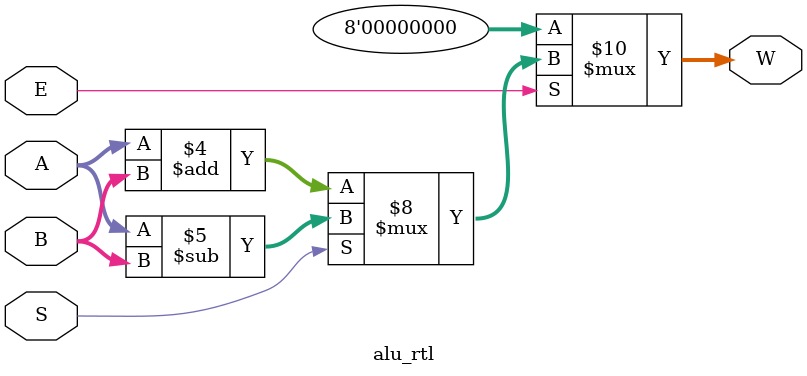
<source format=v>
module alu_rtl (A, B, S, E, W);

//DATA
input [7:0] A, B;
//CONTROL
input S, E;
//OUTPUT REGISTER
output reg [7:0] W;

always @(*) begin
    if (E == 1) begin 
        if (S == 0) begin
            W <= A + B;
        end else begin
            W <= A - B;
        end
    end else begin 
        W <= 8'd0;
    end 
end
endmodule 
</source>
